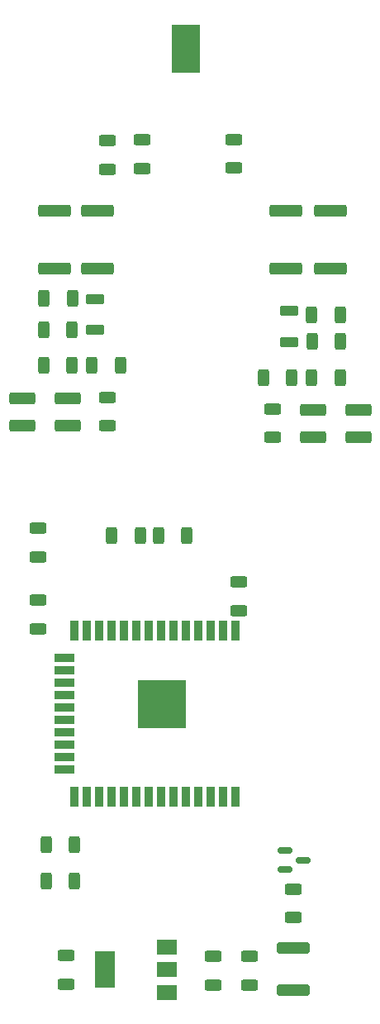
<source format=gtp>
%TF.GenerationSoftware,KiCad,Pcbnew,(6.0.1)*%
%TF.CreationDate,2022-02-08T10:08:30+01:00*%
%TF.ProjectId,CaricoFittizioStrumentato,43617269-636f-4466-9974-74697a696f53,rev?*%
%TF.SameCoordinates,Original*%
%TF.FileFunction,Paste,Top*%
%TF.FilePolarity,Positive*%
%FSLAX46Y46*%
G04 Gerber Fmt 4.6, Leading zero omitted, Abs format (unit mm)*
G04 Created by KiCad (PCBNEW (6.0.1)) date 2022-02-08 10:08:30*
%MOMM*%
%LPD*%
G01*
G04 APERTURE LIST*
G04 Aperture macros list*
%AMRoundRect*
0 Rectangle with rounded corners*
0 $1 Rounding radius*
0 $2 $3 $4 $5 $6 $7 $8 $9 X,Y pos of 4 corners*
0 Add a 4 corners polygon primitive as box body*
4,1,4,$2,$3,$4,$5,$6,$7,$8,$9,$2,$3,0*
0 Add four circle primitives for the rounded corners*
1,1,$1+$1,$2,$3*
1,1,$1+$1,$4,$5*
1,1,$1+$1,$6,$7*
1,1,$1+$1,$8,$9*
0 Add four rect primitives between the rounded corners*
20,1,$1+$1,$2,$3,$4,$5,0*
20,1,$1+$1,$4,$5,$6,$7,0*
20,1,$1+$1,$6,$7,$8,$9,0*
20,1,$1+$1,$8,$9,$2,$3,0*%
G04 Aperture macros list end*
%ADD10RoundRect,0.250000X0.625000X-0.312500X0.625000X0.312500X-0.625000X0.312500X-0.625000X-0.312500X0*%
%ADD11RoundRect,0.150000X-0.587500X-0.150000X0.587500X-0.150000X0.587500X0.150000X-0.587500X0.150000X0*%
%ADD12RoundRect,0.250000X-1.425000X0.362500X-1.425000X-0.362500X1.425000X-0.362500X1.425000X0.362500X0*%
%ADD13RoundRect,0.250000X-1.450000X0.312500X-1.450000X-0.312500X1.450000X-0.312500X1.450000X0.312500X0*%
%ADD14RoundRect,0.250000X-0.625000X0.312500X-0.625000X-0.312500X0.625000X-0.312500X0.625000X0.312500X0*%
%ADD15RoundRect,0.250000X0.312500X0.625000X-0.312500X0.625000X-0.312500X-0.625000X0.312500X-0.625000X0*%
%ADD16RoundRect,0.250000X1.425000X-0.362500X1.425000X0.362500X-1.425000X0.362500X-1.425000X-0.362500X0*%
%ADD17RoundRect,0.250000X-1.075000X0.375000X-1.075000X-0.375000X1.075000X-0.375000X1.075000X0.375000X0*%
%ADD18R,2.000000X1.500000*%
%ADD19R,2.000000X3.800000*%
%ADD20RoundRect,0.250000X-0.312500X-0.625000X0.312500X-0.625000X0.312500X0.625000X-0.312500X0.625000X0*%
%ADD21RoundRect,0.250000X0.700000X-0.275000X0.700000X0.275000X-0.700000X0.275000X-0.700000X-0.275000X0*%
%ADD22R,0.900000X2.000000*%
%ADD23R,2.000000X0.900000*%
%ADD24R,5.000000X5.000000*%
%ADD25R,3.000000X5.000000*%
%ADD26RoundRect,0.250000X-0.700000X0.275000X-0.700000X-0.275000X0.700000X-0.275000X0.700000X0.275000X0*%
G04 APERTURE END LIST*
D10*
X122936001Y-120024701D03*
X122936001Y-117099701D03*
X133781800Y-177306700D03*
X133781800Y-174381700D03*
D11*
X141124700Y-163540400D03*
X141124700Y-165440400D03*
X142999700Y-164490400D03*
D12*
X117500401Y-97997501D03*
X117500401Y-103922501D03*
D13*
X141986000Y-173503500D03*
X141986000Y-177778500D03*
D14*
X122885200Y-90790300D03*
X122885200Y-93715300D03*
D15*
X119547099Y-162936002D03*
X116622099Y-162936002D03*
D16*
X145745201Y-103922501D03*
X145745201Y-97997501D03*
D15*
X146801300Y-108635800D03*
X143876300Y-108635800D03*
D14*
X115824000Y-130490500D03*
X115824000Y-133415500D03*
D10*
X135839201Y-93608701D03*
X135839201Y-90683701D03*
D17*
X114173001Y-117213001D03*
X114173001Y-120013001D03*
D18*
X128981600Y-178042600D03*
D19*
X122681600Y-175742600D03*
D18*
X128981600Y-175742600D03*
X128981600Y-173442600D03*
D17*
X118821201Y-117162201D03*
X118821201Y-119962201D03*
D14*
X115824000Y-137856500D03*
X115824000Y-140781500D03*
D10*
X136372600Y-138927300D03*
X136372600Y-136002300D03*
D20*
X121346501Y-113837801D03*
X124271501Y-113837801D03*
D21*
X121625901Y-110180401D03*
X121625901Y-107030401D03*
D12*
X121945401Y-97997501D03*
X121945401Y-103922501D03*
D20*
X128153701Y-131236801D03*
X131078701Y-131236801D03*
X116622103Y-166619000D03*
X119547103Y-166619000D03*
X116404201Y-106979801D03*
X119329201Y-106979801D03*
D17*
X144043401Y-118384401D03*
X144043401Y-121184401D03*
D16*
X141198601Y-103922502D03*
X141198601Y-97997502D03*
D10*
X126441201Y-93634101D03*
X126441201Y-90709101D03*
D20*
X116378801Y-110180201D03*
X119303801Y-110180201D03*
D22*
X136050199Y-141024800D03*
X134780199Y-141024800D03*
X133510199Y-141024800D03*
X132240199Y-141024800D03*
X130970199Y-141024800D03*
X129700199Y-141024800D03*
X128430199Y-141024800D03*
X127160199Y-141024800D03*
X125890199Y-141024800D03*
X124620199Y-141024800D03*
X123350199Y-141024800D03*
X122080199Y-141024800D03*
X120810199Y-141024800D03*
X119540199Y-141024800D03*
D23*
X118540199Y-143809800D03*
X118540199Y-145079800D03*
X118540199Y-146349800D03*
X118540199Y-147619800D03*
X118540199Y-148889800D03*
X118540199Y-150159800D03*
X118540199Y-151429800D03*
X118540199Y-152699800D03*
X118540199Y-153969800D03*
X118540199Y-155239800D03*
D22*
X119540199Y-158024800D03*
X120810199Y-158024800D03*
X122080199Y-158024800D03*
X123350199Y-158024800D03*
X124620199Y-158024800D03*
X125890199Y-158024800D03*
X127160199Y-158024800D03*
X128430199Y-158024800D03*
X129700199Y-158024800D03*
X130970199Y-158024800D03*
X132240199Y-158024800D03*
X133510199Y-158024800D03*
X134780199Y-158024800D03*
X136050199Y-158024800D03*
D24*
X128550199Y-148524800D03*
D20*
X116393501Y-113837801D03*
X119318501Y-113837801D03*
X143876301Y-115082401D03*
X146801301Y-115082401D03*
X123353101Y-131236801D03*
X126278101Y-131236801D03*
X138923301Y-115057001D03*
X141848301Y-115057001D03*
D14*
X141986000Y-167472900D03*
X141986000Y-170397900D03*
D10*
X118668800Y-177205100D03*
X118668800Y-174280100D03*
X137490200Y-177306700D03*
X137490200Y-174381700D03*
D25*
X130987800Y-81356200D03*
D10*
X139852401Y-121218501D03*
X139852401Y-118293501D03*
D15*
X146826700Y-111379000D03*
X143901700Y-111379000D03*
D26*
X141528801Y-108249601D03*
X141528801Y-111399601D03*
D17*
X148640801Y-118353001D03*
X148640801Y-121153001D03*
M02*

</source>
